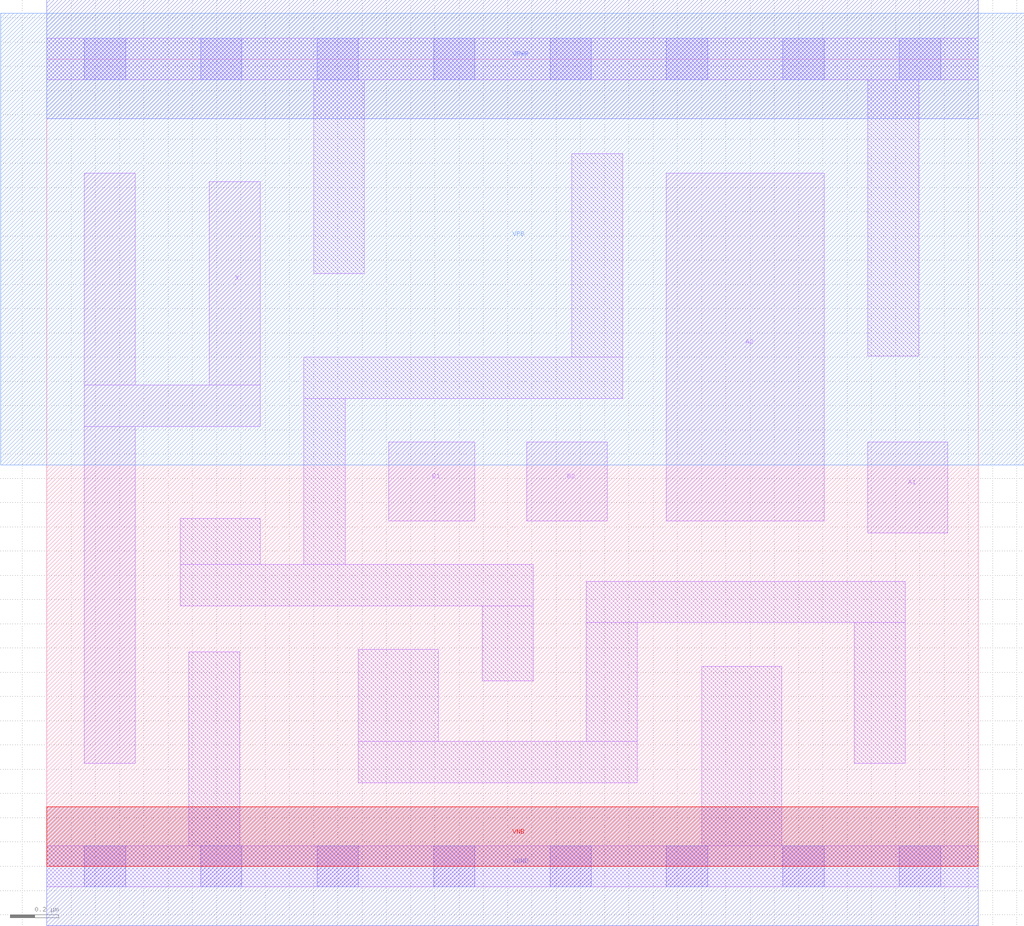
<source format=lef>
# Copyright 2020 The SkyWater PDK Authors
#
# Licensed under the Apache License, Version 2.0 (the "License");
# you may not use this file except in compliance with the License.
# You may obtain a copy of the License at
#
#     https://www.apache.org/licenses/LICENSE-2.0
#
# Unless required by applicable law or agreed to in writing, software
# distributed under the License is distributed on an "AS IS" BASIS,
# WITHOUT WARRANTIES OR CONDITIONS OF ANY KIND, either express or implied.
# See the License for the specific language governing permissions and
# limitations under the License.
#
# SPDX-License-Identifier: Apache-2.0

VERSION 5.7 ;
  NOWIREEXTENSIONATPIN ON ;
  DIVIDERCHAR "/" ;
  BUSBITCHARS "[]" ;
MACRO sky130_fd_sc_lp__o22a_1
  CLASS CORE ;
  FOREIGN sky130_fd_sc_lp__o22a_1 ;
  ORIGIN  0.000000  0.000000 ;
  SIZE  3.840000 BY  3.330000 ;
  SYMMETRY X Y R90 ;
  SITE unit ;
  PIN A1
    ANTENNAGATEAREA  0.315000 ;
    DIRECTION INPUT ;
    USE SIGNAL ;
    PORT
      LAYER li1 ;
        RECT 3.385000 1.375000 3.715000 1.750000 ;
    END
  END A1
  PIN A2
    ANTENNAGATEAREA  0.315000 ;
    DIRECTION INPUT ;
    USE SIGNAL ;
    PORT
      LAYER li1 ;
        RECT 2.555000 1.425000 3.205000 2.860000 ;
    END
  END A2
  PIN B1
    ANTENNAGATEAREA  0.315000 ;
    DIRECTION INPUT ;
    USE SIGNAL ;
    PORT
      LAYER li1 ;
        RECT 1.410000 1.425000 1.765000 1.750000 ;
    END
  END B1
  PIN B2
    ANTENNAGATEAREA  0.315000 ;
    DIRECTION INPUT ;
    USE SIGNAL ;
    PORT
      LAYER li1 ;
        RECT 1.980000 1.425000 2.310000 1.750000 ;
    END
  END B2
  PIN X
    ANTENNADIFFAREA  0.556500 ;
    DIRECTION OUTPUT ;
    USE SIGNAL ;
    PORT
      LAYER li1 ;
        RECT 0.155000 0.425000 0.365000 1.815000 ;
        RECT 0.155000 1.815000 0.880000 1.985000 ;
        RECT 0.155000 1.985000 0.365000 2.860000 ;
        RECT 0.670000 1.985000 0.880000 2.825000 ;
    END
  END X
  PIN VGND
    DIRECTION INOUT ;
    USE GROUND ;
    PORT
      LAYER met1 ;
        RECT 0.000000 -0.245000 3.840000 0.245000 ;
    END
  END VGND
  PIN VNB
    DIRECTION INOUT ;
    USE GROUND ;
    PORT
      LAYER pwell ;
        RECT 0.000000 0.000000 3.840000 0.245000 ;
    END
  END VNB
  PIN VPB
    DIRECTION INOUT ;
    USE POWER ;
    PORT
      LAYER nwell ;
        RECT -0.190000 1.655000 4.030000 3.520000 ;
    END
  END VPB
  PIN VPWR
    DIRECTION INOUT ;
    USE POWER ;
    PORT
      LAYER met1 ;
        RECT 0.000000 3.085000 3.840000 3.575000 ;
    END
  END VPWR
  OBS
    LAYER li1 ;
      RECT 0.000000 -0.085000 3.840000 0.085000 ;
      RECT 0.000000  3.245000 3.840000 3.415000 ;
      RECT 0.550000  1.075000 2.005000 1.245000 ;
      RECT 0.550000  1.245000 0.880000 1.435000 ;
      RECT 0.585000  0.085000 0.795000 0.885000 ;
      RECT 1.060000  1.245000 1.230000 1.930000 ;
      RECT 1.060000  1.930000 2.375000 2.100000 ;
      RECT 1.100000  2.445000 1.310000 3.245000 ;
      RECT 1.285000  0.345000 2.435000 0.515000 ;
      RECT 1.285000  0.515000 1.615000 0.895000 ;
      RECT 1.795000  0.765000 2.005000 1.075000 ;
      RECT 2.165000  2.100000 2.375000 2.940000 ;
      RECT 2.225000  0.515000 2.435000 1.005000 ;
      RECT 2.225000  1.005000 3.540000 1.175000 ;
      RECT 2.700000  0.085000 3.030000 0.825000 ;
      RECT 3.330000  0.425000 3.540000 1.005000 ;
      RECT 3.385000  2.105000 3.595000 3.245000 ;
    LAYER mcon ;
      RECT 0.155000 -0.085000 0.325000 0.085000 ;
      RECT 0.155000  3.245000 0.325000 3.415000 ;
      RECT 0.635000 -0.085000 0.805000 0.085000 ;
      RECT 0.635000  3.245000 0.805000 3.415000 ;
      RECT 1.115000 -0.085000 1.285000 0.085000 ;
      RECT 1.115000  3.245000 1.285000 3.415000 ;
      RECT 1.595000 -0.085000 1.765000 0.085000 ;
      RECT 1.595000  3.245000 1.765000 3.415000 ;
      RECT 2.075000 -0.085000 2.245000 0.085000 ;
      RECT 2.075000  3.245000 2.245000 3.415000 ;
      RECT 2.555000 -0.085000 2.725000 0.085000 ;
      RECT 2.555000  3.245000 2.725000 3.415000 ;
      RECT 3.035000 -0.085000 3.205000 0.085000 ;
      RECT 3.035000  3.245000 3.205000 3.415000 ;
      RECT 3.515000 -0.085000 3.685000 0.085000 ;
      RECT 3.515000  3.245000 3.685000 3.415000 ;
  END
END sky130_fd_sc_lp__o22a_1
END LIBRARY

</source>
